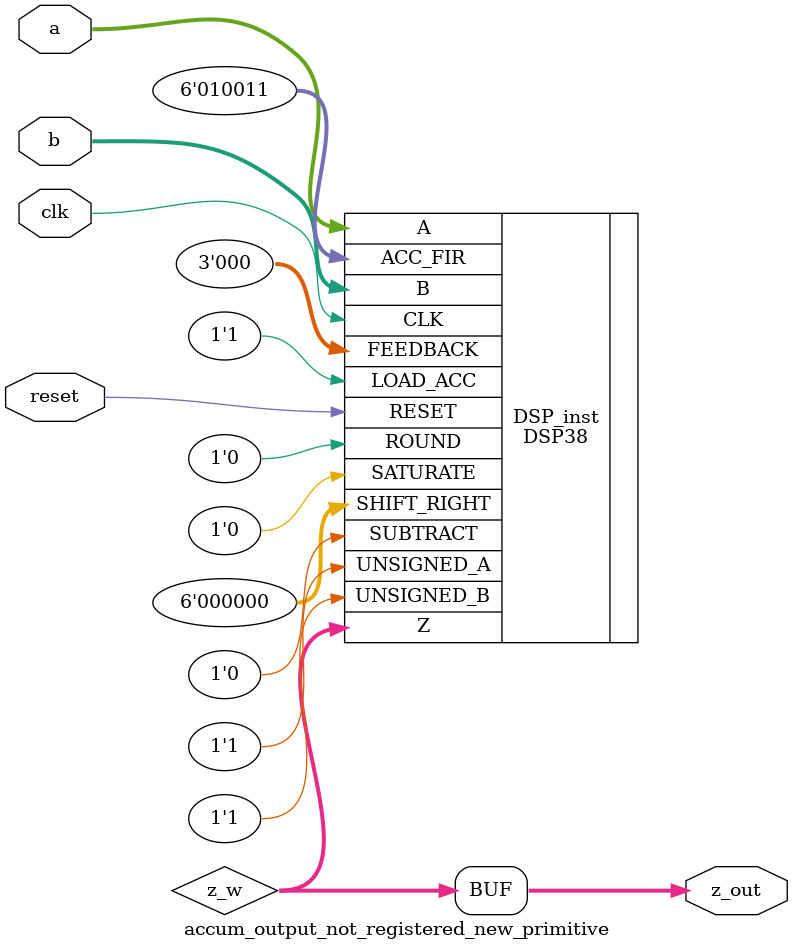
<source format=v>
module accum_output_not_registered_new_primitive (
	input  wire [19:0] a,
    input  wire [17:0] b,
	input wire clk, reset,
    output wire [37:0] z_out
    );

    parameter [79:0] MODE_BITS = 80'd0;
    
    wire [37:0] z_w;
	//wire reset;
    
    DSP38 #(
  .DSP_MODE("MULTIPLY_ACCUMULATE"), // DSp arithmetic mode (MULTIPLY/MULTIPLY_ADD_SUB/MULTIPLY_ACCUMULATE)
  .COEFF_0(20'h00000), // 20-bit A input coefficient 0
  .COEFF_1(20'h00000), // 20-bit A input coefficient 1
  .COEFF_2(20'h00000), // 20-bit A input coefficient 2
  .COEFF_3(20'h00000), // 20-bit A input coefficient 3
  .OUTPUT_REG_EN("FALSE"), // Enable output register (TRUE/FALSE)
  .INPUT_REG_EN("FALSE") // Enable input register (TRUE/FALSE)
) DSP_inst(
  .A(a), // 20-bit data input for multipluier or accumulator loading
  .B(b), // 18-bit data input for multiplication
  .ACC_FIR(6'd19), // 6-bit left shift A input
  .Z(z_w), // 38-bit data output
  .CLK(clk), // Clock
  .RESET(reset), // None
  .FEEDBACK(3'd0), // 3-bit feedback input selects coefficient
  .LOAD_ACC(1'd1), // Load accumulator input
  .SATURATE(1'b0), // Saturate enable
  .SHIFT_RIGHT(6'd0), // 6-bit Shift right
  .ROUND(1'd0), // Round
  .SUBTRACT(1'b0), // Add or subtract
  .UNSIGNED_A (1'b1), // Selects signed or unsigned data for A input
  .UNSIGNED_B (1'b1) 
);

    assign z_out = z_w;

endmodule
</source>
